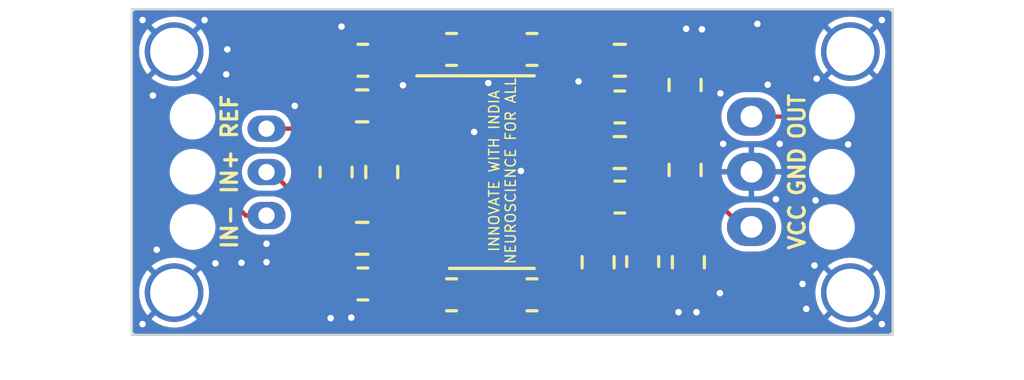
<source format=kicad_pcb>
(kicad_pcb (version 20240108) (generator "pcbnew") (generator_version "8.0")
  (layers (0 "F.Cu" signal) (31 "B.Cu" signal) (34 "B.Paste" user) (35 "F.Paste" user) (36 "B.SilkS" user "B.Silkscreen") (37 "F.SilkS" user "F.Silkscreen") (38 "B.Mask" user) (39 "F.Mask" user) (44 "Edge.Cuts" user))
  (net 0 "")
  (net 1 "ampRef")
  (net 2 "inaIN-")
  (net 3 "inaIN+")
  (net 4 "+5V")
  (net 5 "bpfOUT")
  (net 6 "GND")
  (net 7 "bioIN+")
  (net 8 "bioIN-")
  (net 9 "Net-(R1-Pad1)")
  (net 10 "inaOUT")
  (net 11 "Net-(C6-Pad1)")
  (net 12 "Net-(U1D-+)")
  (net 13 "Net-(U1C--)")
  (net 14 "Net-(U1A--)")
  (net 15 "Net-(U1B--)")
  (footprint "Capacitor_SMD:C_0805_2012Metric_Pad1.18x1.45mm_HandSolder" (layer "F.Cu") (at 123.9 113.7 180)
    (property "Reference" "C1" (hide yes))
    (property "Value" "100pF")
  )
  (footprint "Capacitor_SMD:C_0805_2012Metric_Pad1.18x1.45mm_HandSolder" (layer "F.Cu") (at 124.8 116.75 90)
    (property "Reference" "C2" (hide yes))
    (property "Value" "4.7nF")
  )
  (footprint "Capacitor_SMD:C_0805_2012Metric_Pad1.18x1.45mm_HandSolder" (layer "F.Cu") (at 123.9 119.8)
    (property "Reference" "C3" (hide yes))
    (property "Value" "100pF")
  )
  (footprint "Capacitor_SMD:C_0805_2012Metric_Pad1.18x1.45mm_HandSolder" (layer "F.Cu") (at 135.75 111.6)
    (property "Reference" "C4" (hide yes))
    (property "Value" "100nF")
  )
  (footprint "Capacitor_SMD:C_0805_2012Metric_Pad1.18x1.45mm_HandSolder" (layer "F.Cu") (at 134.75 120.9 -90)
    (property "Reference" "C5" (hide yes))
    (property "Value" "4.7nF")
  )
  (footprint "Capacitor_SMD:C_0805_2012Metric_Pad1.18x1.45mm_HandSolder" (layer "F.Cu") (at 135.75 115.85 180)
    (property "Reference" "C7" (hide yes))
    (property "Value" "1uF")
  )
  (footprint "Capacitor_SMD:C_0805_2012Metric_Pad1.18x1.45mm_HandSolder" (layer "F.Cu") (at 138.75 116.65 90)
    (property "Reference" "C9" (hide yes))
    (property "Value" "100nF")
  )
  (footprint "Capacitor_SMD:C_0805_2012Metric_Pad1.18x1.45mm_HandSolder" (layer "F.Cu") (at 138.75 112.7375 -90)
    (property "Reference" "C10" (hide yes))
    (property "Value" "1uF")
  )
  (footprint "Resistor_SMD:R_0805_2012Metric_Pad1.20x1.40mm_HandSolder" (layer "F.Cu") (at 128.01 111.1)
    (property "Reference" "R1" (hide yes))
    (property "Value" "22K")
  )
  (footprint "Resistor_SMD:R_0805_2012Metric_Pad1.20x1.40mm_HandSolder" (layer "F.Cu") (at 128.01 122.4 180)
    (property "Reference" "R2" (hide yes))
    (property "Value" "220K")
  )
  (footprint "Resistor_SMD:R_0805_2012Metric_Pad1.20x1.40mm_HandSolder" (layer "F.Cu") (at 123.93 111.6 180)
    (property "Reference" "R3" (hide yes))
    (property "Value" "5.1K")
  )
  (footprint "Resistor_SMD:R_0805_2012Metric_Pad1.20x1.40mm_HandSolder" (layer "F.Cu") (at 131.71 111.1)
    (property "Reference" "R4" (hide yes))
    (property "Value" "220K")
  )
  (footprint "Resistor_SMD:R_0805_2012Metric_Pad1.20x1.40mm_HandSolder" (layer "F.Cu") (at 122.7 116.75 90)
    (property "Reference" "R5" (hide yes))
    (property "Value" "22K")
  )
  (footprint "Resistor_SMD:R_0805_2012Metric_Pad1.20x1.40mm_HandSolder" (layer "F.Cu") (at 123.93 121.9 180)
    (property "Reference" "R6" (hide yes))
    (property "Value" "5.1K")
  )
  (footprint "Resistor_SMD:R_0805_2012Metric_Pad1.20x1.40mm_HandSolder" (layer "F.Cu") (at 135.75 113.75)
    (property "Reference" "R7" (hide yes))
    (property "Value" "100K")
  )
  (footprint "Resistor_SMD:R_0805_2012Metric_Pad1.20x1.40mm_HandSolder" (layer "F.Cu") (at 135.75 117.9 180)
    (property "Reference" "R8" (hide yes))
    (property "Value" "100K")
  )
  (footprint "Resistor_SMD:R_0805_2012Metric_Pad1.20x1.40mm_HandSolder" (layer "F.Cu") (at 136.8 120.87 90)
    (property "Reference" "R9" (hide yes))
    (property "Value" "1M")
  )
  (footprint "Resistor_SMD:R_0805_2012Metric_Pad1.20x1.40mm_HandSolder" (layer "F.Cu") (at 131.71 122.4 180)
    (property "Reference" "R10" (hide yes))
    (property "Value" "5.1K")
  )
  (footprint "Package_SO:SOIC-14_3.9x8.7mm_P1.27mm" (layer "F.Cu") (at 129.86 116.75)
    (property "Reference" "U1" (hide yes))
    (property "Value" "Amp")
  )
  (footprint "Capacitor_SMD:C_0805_2012Metric_Pad1.18x1.45mm_HandSolder" (layer "F.Cu") (at 138.9 120.9 90)
    (property "Reference" "C6" (hide yes))
    (property "Value" "47uF")
  )
  (footprint "MountingHole:MountingHole_2.1mm" (layer "F.Cu") (at 146.35 111.2)
    (property "Reference" "H1" (hide yes))
    (property "Value" "MountingHole")
  )
  (footprint "MountingHole:MountingHole_2.1mm" (layer "F.Cu") (at 115.25 122.3)
    (property "Reference" "H2" (hide yes))
    (property "Value" "MountingHole")
  )
  (footprint "MountingHole:MountingHole_2.1mm" (layer "F.Cu") (at 145.5 114.195)
    (property "Reference" "H3" (hide yes))
    (property "Value" "MountingHole")
  )
  (footprint "MountingHole:MountingHole_2.1mm" (layer "F.Cu") (at 115.25 111.2)
    (property "Reference" "H4" (hide yes))
    (property "Value" "MountingHole")
  )
  (footprint "MountingHole:MountingHole_2.1mm" (layer "F.Cu") (at 145.5 116.735)
    (property "Reference" "H5" (hide yes))
    (property "Value" "MountingHole")
  )
  (footprint "MountingHole:MountingHole_2.1mm" (layer "F.Cu") (at 116.1 119.275 90)
    (property "Reference" "H6" (hide yes))
    (property "Value" "MountingHole")
  )
  (footprint "MountingHole:MountingHole_2.1mm" (layer "F.Cu") (at 145.5 119.275)
    (property "Reference" "H7" (hide yes))
    (property "Value" "MountingHole")
  )
  (footprint "MountingHole:MountingHole_2.1mm" (layer "F.Cu") (at 116.1 116.735 90)
    (property "Reference" "H8" (hide yes))
    (property "Value" "MountingHole")
  )
  (footprint "MountingHole:MountingHole_2.1mm" (layer "F.Cu") (at 146.35 122.3)
    (property "Reference" "H9" (hide yes))
    (property "Value" "MountingHole")
  )
  (footprint "MountingHole:MountingHole_2.1mm" (layer "F.Cu") (at 116.1 114.195 90)
    (property "Reference" "H10" (hide yes))
    (property "Value" "MountingHole")
  )
  (footprint "Fiducial:Fiducial_0.5mm_Mask1mm" (layer "F.Cu") (at 144.35 110.2)
    (property "Reference" "REF**" (hide yes))
    (property "Value" "Fiducial_0.5mm_Mask1mm")
  )
  (footprint "Fiducial:Fiducial_0.5mm_Mask1mm" (layer "F.Cu") (at 117.25 123.3)
    (property "Reference" "REF**" (hide yes))
    (property "Value" "Fiducial_0.5mm_Mask1mm")
  )
  (footprint "kibuzzard-66A7D805" (layer "F.Cu") (at 147.24 116.75 90)
    (property "Reference" "kibuzzard-66A7D805" (hide yes))
    (property "Value" "G***" (hide yes))
  )
  (footprint "udlabs:UDL_Copper_3mm" (layer "F.Cu") (at 141.8 111.025)
    (property "Reference" "G***" (hide yes))
    (property "Value" "LOGO" (hide yes))
  )
  (footprint "kibuzzard-66A7D726" (layer "F.Cu") (at 114.31 116.75 90)
    (property "Reference" "kibuzzard-66A7D726" (hide yes))
    (property "Value" "G***" (hide yes))
  )
  (footprint "Connector_PinHeader_2.54mm:PinHeader_1x03_P2.54mm_Horizontal" (layer "B.Cu") (at 141.8 119.275)
    (property "Reference" "J1" (hide yes))
    (property "Value" "IO")
  )
  (footprint "Connector_JST:JST_PH_S3B-PH-K_1x03_P2.00mm_Horizontal" (layer "B.Cu") (at 119.5 118.75 90)
    (property "Reference" "J2" (hide yes))
    (property "Value" "BioAmp_input")
  )
  (footprint "kibuzzard-66AFEDF0" (layer "B.Cu") (at 122.754649 118.8 180)
    (property "Reference" "kibuzzard-66AFEDF0" (hide yes))
    (property "Value" "G***" (hide yes))
  )
  (footprint "kibuzzard-66AFEDE1" (layer "B.Cu") (at 123 114.8 180)
    (property "Reference" "kibuzzard-66AFEDE1" (hide yes))
    (property "Value" "G***" (hide yes))
  )
  (footprint "kibuzzard-66AFEE03" (layer "B.Cu") (at 137.828326 119.275 180)
    (property "Reference" "kibuzzard-66AFEE03" (hide yes))
    (property "Value" "G***" (hide yes))
  )
  (footprint "kibuzzard-66AFEDFC" (layer "B.Cu") (at 130.8 121.915001 180)
    (property "Reference" "kibuzzard-66AFEDFC" (hide yes))
    (property "Value" "G***" (hide yes))
  )
  (footprint "kibuzzard-66AFEDEA" (layer "B.Cu") (at 122.794706 116.8 180)
    (property "Reference" "kibuzzard-66AFEDEA" (hide yes))
    (property "Value" "G***" (hide yes))
  )
  (footprint "kibuzzard-66AFEE10" (layer "B.Cu") (at 137.8 114.195 180)
    (property "Reference" "kibuzzard-66AFEE10" (hide yes))
    (property "Value" "G***" (hide yes))
  )
  (footprint "Upside Down Labs:ECG_LOGO_77" (layer "B.Cu") (at 130.802379 116.75 180)
    (property "Reference" "G***" (hide yes))
    (property "Value" "LOGO" (hide yes))
  )
  (footprint "kibuzzard-66AFEE09" (layer "B.Cu") (at 137.805794 116.735 180)
    (property "Reference" "kibuzzard-66AFEE09" (hide yes))
    (property "Value" "G***" (hide yes))
  )
  (footprint "kibuzzard-66AFEDBF" (layer "B.Cu") (at 130.8 111.65 180)
    (property "Reference" "kibuzzard-66AFEDBF" (hide yes))
    (property "Value" "G***" (hide yes))
  )
  (gr_line (start 113.3 124.25) (end 148.3 124.25) (stroke (width 0.1)) (layer "Edge.Cuts"))
  (gr_line (start 113.3 124.25) (end 113.3 109.25) (stroke (width 0.1)) (layer "Edge.Cuts"))
  (gr_line (start 148.3 109.25) (end 113.3 109.25) (stroke (width 0.1)) (layer "Edge.Cuts"))
  (gr_line (start 148.3 109.25) (end 148.3 124.25) (stroke (width 0.1)) (layer "Edge.Cuts"))
  (gr_text "AUG 2024\nv0.2\n" (at 119.7 110.8 0) (layer "F.Cu") (effects (font (size 0.7 0.7) (thickness 0.175))))
  (gr_text "ECG" (at 142.35 123 0) (layer "F.Cu") (effects (font (size 1 1) (thickness 0.25))))
  (gr_text "MADE IN\nINDIA" (at 119.65 122.6 0) (layer "F.Cu") (effects (font (size 0.74 0.74) (thickness 0.185))))
  (gr_text "GND" (at 143.9 116.735 90) (layer "F.SilkS") (effects (font (size 0.72 0.72))))
  (gr_text "OUT" (at 143.9 114.195001 90) (layer "F.SilkS") (effects (font (size 0.72 0.72) (thickness 0.144) (bold yes))))
  (gr_text "IN-" (at 117.8 119.275 90) (layer "F.SilkS") (effects (font (size 0.72 0.72))))
  (gr_text "REF" (at 117.8 114.195 90) (layer "F.SilkS") (effects (font (size 0.72 0.72))))
  (gr_text "IN+" (at 117.8 116.735 90) (layer "F.SilkS") (effects (font (size 0.72 0.72))))
  (gr_text "INNOVATE WITH INDIA\nNEUROSCIENCE FOR ALL" (at 130.35 116.7 90) (layer "F.SilkS") (effects (font (size 0.47 0.47) (thickness 0.07))))
  (gr_text "VCC" (at 143.9 119.275001 90) (layer "F.SilkS") (effects (font (size 0.72 0.72))))
  (segment (start 130.9 114.965686) (end 129.62 116.245686) (width 0.2) (layer "F.Cu") (net 1))
  (segment (start 121.4 116.06319) (end 121.15 115.81319) (width 0.2) (layer "F.Cu") (net 1))
  (segment (start 128.97501 117.37501) (end 126.363242 117.37501) (width 0.2) (layer "F.Cu") (net 1))
  (segment (start 131.26 112.94) (end 130.95 113.25) (width 0.2) (layer "F.Cu") (net 1))
  (segment (start 121.15 114.75) (end 121.55 114.35) (width 0.2) (layer "F.Cu") (net 1))
  (segment (start 130.9 114.6) (end 130.9 114.965686) (width 0.2) (layer "F.Cu") (net 1))
  (segment (start 122.3 119.8) (end 122.8625 119.8) (width 0.2) (layer "F.Cu") (net 1))
  (segment (start 121.15 115.81319) (end 121.15 114.75) (width 0.2) (layer "F.Cu") (net 1))
  (segment (start 130.95 113.25) (end 130.95 113.85) (width 0.2) (layer "F.Cu") (net 1))
  (segment (start 122.2 113.7) (end 121.55 114.35) (width 0.2) (layer "F.Cu") (net 1))
  (segment (start 132.335 112.94) (end 131.26 112.94) (width 0.2) (layer "F.Cu") (net 1))
  (segment (start 125.688232 116.7) (end 122.03681 116.7) (width 0.2) (layer "F.Cu") (net 1))
  (segment (start 132.71 111.1) (end 132.71 112.565) (width 0.2) (layer "F.Cu") (net 1))
  (segment (start 122.03681 116.7) (end 121.15 115.81319) (width 0.2) (layer "F.Cu") (net 1))
  (segment (start 132.335 114.21) (end 131.29 114.21) (width 0.2) (layer "F.Cu") (net 1))
  (segment (start 121.4 118.9) (end 122.3 119.8) (width 0.2) (layer "F.Cu") (net 1))
  (segment (start 126.363242 117.37501) (end 125.688232 116.7) (width 0.2) (layer "F.Cu") (net 1))
  (segment (start 132.71 112.565) (end 132.335 112.94) (width 0.2) (layer "F.Cu") (net 1))
  (segment (start 131.29 114.21) (end 130.9 114.6) (width 0.2) (layer "F.Cu") (net 1))
  (segment (start 121.55 114.35) (end 121.4 114.5) (width 0.2) (layer "F.Cu") (net 1))
  (segment (start 119.5 114.75) (end 121.15 114.75) (width 0.2) (layer "F.Cu") (net 1))
  (segment (start 131.31 114.21) (end 132.335 114.21) (width 0.2) (layer "F.Cu") (net 1))
  (segment (start 122.8625 113.7) (end 122.2 113.7) (width 0.2) (layer "F.Cu") (net 1))
  (segment (start 129.62 116.245686) (end 129.62 118.02) (width 0.2) (layer "F.Cu") (net 1))
  (segment (start 132.335 118.02) (end 129.62 118.02) (width 0.2) (layer "F.Cu") (net 1))
  (segment (start 130.95 113.85) (end 131.31 114.21) (width 0.2) (layer "F.Cu") (net 1))
  (segment (start 121.4 118.9) (end 121.4 116.06319) (width 0.2) (layer "F.Cu") (net 1))
  (segment (start 129.62 118.02) (end 128.97501 117.37501) (width 0.2) (layer "F.Cu") (net 1))
  (segment (start 124.93 111.6) (end 124.93 115.5825) (width 0.2) (layer "F.Cu") (net 2))
  (segment (start 125.0325 115.48) (end 124.8 115.7125) (width 0.2) (layer "F.Cu") (net 2))
  (segment (start 124.93 115.5825) (end 124.8 115.7125) (width 0.2) (layer "F.Cu") (net 2))
  (segment (start 127.385 115.48) (end 125.0325 115.48) (width 0.2) (layer "F.Cu") (net 2))
  (segment (start 124.93 117.9175) (end 124.8 117.7875) (width 0.2) (layer "F.Cu") (net 3))
  (segment (start 127.385 118.02) (end 125.0325 118.02) (width 0.2) (layer "F.Cu") (net 3))
  (segment (start 124.93 121.9) (end 124.93 117.9175) (width 0.2) (layer "F.Cu") (net 3))
  (segment (start 125.0325 118.02) (end 124.8 117.7875) (width 0.2) (layer "F.Cu") (net 3))
  (segment (start 138.75 115.6125) (end 139.3125 115.6125) (width 0.2) (layer "F.Cu") (net 4))
  (segment (start 128.55 116.75) (end 130.5 114.8) (width 0.2) (layer "F.Cu") (net 4))
  (segment (start 130.5 114.8) (end 130.5 113) (width 0.2) (layer "F.Cu") (net 4))
  (segment (start 138.65 111.6) (end 138.75 111.7) (width 0.2) (layer "F.Cu") (net 4))
  (segment (start 141.375 119.275) (end 141.8 119.275) (width 0.2) (layer "F.Cu") (net 4))
  (segment (start 139.3125 115.6125) (end 140.1 116.4) (width 0.2) (layer "F.Cu") (net 4))
  (segment (start 140.1 118) (end 141.375 119.275) (width 0.2) (layer "F.Cu") (net 4))
  (segment (start 140.1 116.4) (end 140.1 118) (width 0.2) (layer "F.Cu") (net 4))
  (segment (start 127.385 116.75) (end 128.55 116.75) (width 0.2) (layer "F.Cu") (net 4))
  (segment (start 135.1875 110) (end 136.7875 111.6) (width 0.2) (layer "F.Cu") (net 4))
  (segment (start 138.75 111.7) (end 139.80001 112.75001) (width 0.2) (layer "F.Cu") (net 4))
  (segment (start 131.7 110.525256) (end 132.225256 110) (width 0.2) (layer "F.Cu") (net 4))
  (segment (start 136.7875 113.7125) (end 136.75 113.75) (width 0.2) (layer "F.Cu") (net 4))
  (segment (start 132.225256 110) (end 135.1875 110) (width 0.2) (layer "F.Cu") (net 4))
  (segment (start 131.7 111.8) (end 131.7 110.525256) (width 0.2) (layer "F.Cu") (net 4))
  (segment (start 139.80001 112.75001) (end 139.80001 114.56249) (width 0.2) (layer "F.Cu") (net 4))
  (segment (start 136.7875 111.6) (end 138.65 111.6) (width 0.2) (layer "F.Cu") (net 4))
  (segment (start 136.7875 111.6) (end 136.7875 113.7125) (width 0.2) (layer "F.Cu") (net 4))
  (segment (start 139.80001 114.56249) (end 138.75 115.6125) (width 0.2) (layer "F.Cu") (net 4))
  (segment (start 130.5 113) (end 131.7 111.8) (width 0.2) (layer "F.Cu") (net 4))
  (segment (start 144.2 114.825) (end 143.57 114.195) (width 0.2) (layer "F.Cu") (net 5))
  (segment (start 140.4 121.5) (end 143.1 121.5) (width 0.2) (layer "F.Cu") (net 5))
  (segment (start 143.57 114.195) (end 141.8 114.195) (width 0.2) (layer "F.Cu") (net 5))
  (segment (start 136.8 121.87) (end 136.8 121.6) (width 0.2) (layer "F.Cu") (net 5))
  (segment (start 139.8 120.9) (end 140.4 121.5) (width 0.2) (layer "F.Cu") (net 5))
  (segment (start 132.335 120.56) (end 133.36 120.56) (width 0.2) (layer "F.Cu") (net 5))
  (segment (start 133.36 120.56) (end 134.7375 121.9375) (width 0.2) (layer "F.Cu") (net 5))
  (segment (start 134.7375 121.9375) (end 134.75 121.9375) (width 0.2) (layer "F.Cu") (net 5))
  (segment (start 143.1 121.5) (end 144.2 120.4) (width 0.2) (layer "F.Cu") (net 5))
  (segment (start 136.7325 121.9375) (end 136.8 121.87) (width 0.2) (layer "F.Cu") (net 5))
  (segment (start 136.8 121.6) (end 137.5 120.9) (width 0.2) (layer "F.Cu") (net 5))
  (segment (start 144.2 120.4) (end 144.2 114.825) (width 0.2) (layer "F.Cu") (net 5))
  (segment (start 137.5 120.9) (end 139.8 120.9) (width 0.2) (layer "F.Cu") (net 5))
  (segment (start 134.75 121.9375) (end 136.7325 121.9375) (width 0.2) (layer "F.Cu") (net 5))
  (segment (start 136.7875 117.8625) (end 136.75 117.9) (width 0.2) (layer "F.Cu") (net 6))
  (segment (start 131.2 116.7) (end 131.25 116.75) (width 0.2) (layer "F.Cu") (net 6))
  (segment (start 136.7875 115.85) (end 136.7875 117.8625) (width 0.2) (layer "F.Cu") (net 6))
  (segment (start 136.7875 115.85) (end 136.9125 115.85) (width 0.2) (layer "F.Cu") (net 6))
  (segment (start 140.1 119.0375) (end 140.1 120.3) (width 0.2) (layer "F.Cu") (net 6))
  (segment (start 142.8 121) (end 143.6 120.2) (width 0.2) (layer "F.Cu") (net 6))
  (segment (start 140.1 120.3) (end 140.8 121) (width 0.2) (layer "F.Cu") (net 6))
  (segment (start 131.25 116.75) (end 132.335 116.75) (width 0.2) (layer "F.Cu") (net 6))
  (segment (start 132.335 116.75) (end 133.35 116.75) (width 0.2) (layer "F.Cu") (net 6))
  (segment (start 140.8 121) (end 142.8 121) (width 0.2) (layer "F.Cu") (net 6))
  (segment (start 134.16182 118.92501) (end 135.72499 118.92501) (width 0.2) (layer "F.Cu") (net 6))
  (segment (start 143.6 117.175) (end 143.16 116.735) (width 0.2) (layer "F.Cu") (net 6))
  (segment (start 143.16 116.735) (end 141.8 116.735) (width 0.2) (layer "F.Cu") (net 6))
  (segment (start 136.9125 115.85) (end 138.75 117.6875) (width 0.2) (layer "F.Cu") (net 6))
  (segment (start 133.35 116.75) (end 133.7 117.1) (width 0.2) (layer "F.Cu") (net 6))
  (segment (start 138.75 117.6875) (end 140.1 119.0375) (width 0.2) (layer "F.Cu") (net 6))
  (segment (start 136.7875 115.85) (end 136.7875 115.7375) (width 0.2) (layer "F.Cu") (net 6))
  (segment (start 136.7875 115.7375) (end 138.75 113.775) (width 0.2) (layer "F.Cu") (net 6))
  (segment (start 143.6 120.2) (end 143.6 117.175) (width 0.2) (layer "F.Cu") (net 6))
  (segment (start 133.7 118.46319) (end 134.16182 118.92501) (width 0.2) (layer "F.Cu") (net 6))
  (segment (start 133.7 117.1) (end 133.7 118.46319) (width 0.2) (layer "F.Cu") (net 6))
  (segment (start 135.72499 118.92501) (end 136.75 117.9) (width 0.2) (layer "F.Cu") (net 6))
  (via (at 113.8 123.75) (size 0.5) (drill 0.3) (layers "F.Cu" "B.Cu") (net 6))
  (via (at 114.45 120.325) (size 0.5) (drill 0.3) (layers "F.Cu" "B.Cu") (net 6))
  (via (at 144.8 112.45) (size 0.5) (drill 0.3) (layers "F.Cu" "B.Cu") (net 6))
  (via (at 123.4 123.45) (size 0.5) (drill 0.3) (layers "F.Cu" "B.Cu") (net 6))
  (via (at 117.65 112.25) (size 0.5) (drill 0.3) (layers "F.Cu" "B.Cu") (net 6))
  (via (at 120.8 113.7) (size 0.5) (drill 0.3) (layers "F.Cu" "B.Cu") (net 6))
  (via (at 143.1 115.45) (size 0.5) (drill 0.3) (layers "F.Cu" "B.Cu") (net 6))
  (via (at 144.15 121.9) (size 0.5) (drill 0.3) (layers "F.Cu" "B.Cu") (net 6))
  (via (at 142.075 109.925) (size 0.5) (drill 0.3) (layers "F.Cu" "B.Cu") (net 6))
  (via (at 138.8 110.15) (size 0.5) (drill 0.3) (layers "F.Cu" "B.Cu") (net 6))
  (via (at 113.8 109.75) (size 0.5) (drill 0.3) (layers "F.Cu" "B.Cu") (net 6))
  (via (at 146.25 115.475) (size 0.5) (drill 0.3) (layers "F.Cu" "B.Cu") (net 6))
  (via (at 140.375 113.125) (size 0.5) (drill 0.3) (layers "F.Cu" "B.Cu") (net 6))
  (via (at 131.2 116.7) (size 0.5) (drill 0.3) (layers "F.Cu" "B.Cu") (net 6))
  (via (at 119.5 120.9) (size 0.5) (drill 0.3) (layers "F.Cu" "B.Cu") (net 6))
  (via (at 129.05 114.9) (size 0.5) (drill 0.3) (layers "F.Cu" "B.Cu") (net 6))
  (via (at 147.8 109.75) (size 0.5) (drill 0.3) (layers "F.Cu" "B.Cu") (net 6))
  (via (at 133.85 112.575) (size 0.5) (drill 0.3) (layers "F.Cu" "B.Cu") (net 6))
  (via (at 122.45 123.475) (size 0.5) (drill 0.3) (layers "F.Cu" "B.Cu") (net 6))
  (via (at 142.55 112.725) (size 0.5) (drill 0.3) (layers "F.Cu" "B.Cu") (net 6))
  (via (at 144.325 123.05) (size 0.5) (drill 0.3) (layers "F.Cu" "B.Cu") (net 6))
  (via (at 144.75 118.05) (size 0.5) (drill 0.3) (layers "F.Cu" "B.Cu") (net 6))
  (via (at 140.5 115.45) (size 0.5) (drill 0.3) (layers "F.Cu" "B.Cu") (net 6))
  (via (at 114.275 113.225) (size 0.5) (drill 0.3) (layers "F.Cu" "B.Cu") (net 6))
  (via (at 147.8 123.75) (size 0.5) (drill 0.3) (layers "F.Cu" "B.Cu") (net 6))
  (via (at 119.5 120.05) (size 0.5) (drill 0.3) (layers "F.Cu" "B.Cu") (net 6))
  (via (at 129.7 112.65) (size 0.5) (drill 0.3) (layers "F.Cu" "B.Cu") (net 6))
  (via (at 139.525 110.175) (size 0.5) (drill 0.3) (layers "F.Cu" "B.Cu") (net 6))
  (via (at 138.45 123.2) (size 0.5) (drill 0.3) (layers "F.Cu" "B.Cu") (net 6))
  (via (at 140.35 122.325) (size 0.5) (drill 0.3) (layers "F.Cu" "B.Cu") (net 6))
  (via (at 125.775 112.75) (size 0.5) (drill 0.3) (layers "F.Cu" "B.Cu") (net 6))
  (via (at 116.65 109.75) (size 0.5) (drill 0.3) (layers "F.Cu" "B.Cu") (net 6))
  (via (at 122.95 110.05) (size 0.5) (drill 0.3) (layers "F.Cu" "B.Cu") (net 6))
  (via (at 117.7 111.1) (size 0.5) (drill 0.3) (layers "F.Cu" "B.Cu") (net 6))
  (via (at 118.35 120.925) (size 0.5) (drill 0.3) (layers "F.Cu" "B.Cu") (net 6))
  (via (at 139.275 123.2) (size 0.5) (drill 0.3) (layers "F.Cu" "B.Cu") (net 6))
  (via (at 117.15 120.95) (size 0.5) (drill 0.3) (layers "F.Cu" "B.Cu") (net 6))
  (via (at 144.7 121.05) (size 0.5) (drill 0.3) (layers "F.Cu" "B.Cu") (net 6))
  (via (at 142.925 118) (size 0.5) (drill 0.3) (layers "F.Cu" "B.Cu") (net 6))
  (segment (start 119.5 116.75) (end 120.05 116.75) (width 0.2) (layer "F.Cu") (net 7))
  (segment (start 120.9 117.9) (end 120.9 119.87) (width 0.2) (layer "F.Cu") (net 7))
  (segment (start 120.9 119.87) (end 122.93 121.9) (width 0.2) (layer "F.Cu") (net 7))
  (segment (start 119.75 116.75) (end 120.9 117.9) (width 0.2) (layer "F.Cu") (net 7))
  (segment (start 119.5 116.75) (end 119.75 116.75) (width 0.2) (layer "F.Cu") (net 7))
  (segment (start 118.6 113.1) (end 117.8 113.9) (width 0.2) (layer "F.Cu") (net 8))
  (segment (start 121.43 113.1) (end 118.6 113.1) (width 0.2) (layer "F.Cu") (net 8))
  (segment (start 117.8 113.9) (end 117.8 118) (width 0.2) (layer "F.Cu") (net 8))
  (segment (start 118.55 118.75) (end 119.5 118.75) (width 0.2) (layer "F.Cu") (net 8))
  (segment (start 117.8 118) (end 118.55 118.75) (width 0.2) (layer "F.Cu") (net 8))
  (segment (start 122.93 111.6) (end 121.43 113.1) (width 0.2) (layer "F.Cu") (net 8))
  (segment (start 127.01 112.565) (end 127.385 112.94) (width 0.2) (layer "F.Cu") (net 9))
  (segment (start 122.7 115.75) (end 123.9 114.55) (width 0.2) (layer "F.Cu") (net 9))
  (segment (start 123.9 110.6) (end 124.3 110.2) (width 0.2) (layer "F.Cu") (net 9))
  (segment (start 123.9 114.55) (end 123.9 110.6) (width 0.2) (layer "F.Cu") (net 9))
  (segment (start 126.11 110.2) (end 127.01 111.1) (width 0.2) (layer "F.Cu") (net 9))
  (segment (start 127.01 111.1) (end 127.01 112.565) (width 0.2) (layer "F.Cu") (net 9))
  (segment (start 122.7 115.75) (end 122.75 115.75) (width 0.2) (layer "F.Cu") (net 9))
  (segment (start 124.3 110.2) (end 126.11 110.2) (width 0.2) (layer "F.Cu") (net 9))
  (segment (start 127.385 120.56) (end 128.46 120.56) (width 0.2) (layer "F.Cu") (net 10))
  (segment (start 129.01 122.4) (end 130.71 122.4) (width 0.2) (layer "F.Cu") (net 10))
  (segment (start 128.46 120.56) (end 129.01 121.11) (width 0.2) (layer "F.Cu") (net 10))
  (segment (start 129.01 121.11) (end 129.01 122.4) (width 0.2) (layer "F.Cu") (net 10))
  (segment (start 138.9 121.9375) (end 137.8375 123) (width 0.2) (layer "F.Cu") (net 11))
  (segment (start 133.31 123) (end 132.71 122.4) (width 0.2) (layer "F.Cu") (net 11))
  (segment (start 137.8375 123) (end 133.31 123) (width 0.2) (layer "F.Cu") (net 11))
  (segment (start 134.7125 117.8625) (end 134.75 117.9) (width 0.2) (layer "F.Cu") (net 12))
  (segment (start 134.3425 115.48) (end 134.7125 115.85) (width 0.2) (layer "F.Cu") (net 12))
  (segment (start 134.7125 111.6) (end 134.7125 117.8625) (width 0.2) (layer "F.Cu") (net 12))
  (segment (start 132.335 115.48) (end 134.3425 115.48) (width 0.2) (layer "F.Cu") (net 12))
  (segment (start 134.75 119.8625) (end 138.9 119.8625) (width 0.2) (layer "F.Cu") (net 13))
  (segment (start 133.49 119.29) (end 134.0625 119.8625) (width 0.2) (layer "F.Cu") (net 13))
  (segment (start 139.0625 119.6) (end 139.1 119.5625) (width 0.2) (layer "F.Cu") (net 13))
  (segment (start 132.335 119.29) (end 133.49 119.29) (width 0.2) (layer "F.Cu") (net 13))
  (segment (start 134.0625 119.8625) (end 134.75 119.8625) (width 0.2) (layer "F.Cu") (net 13))
  (segment (start 128.49 114.21) (end 129.01 113.69) (width 0.2) (layer "F.Cu") (net 14))
  (segment (start 129.01 111.1) (end 130.71 111.1) (width 0.2) (layer "F.Cu") (net 14))
  (segment (start 129.01 113.69) (end 129.01 111.1) (width 0.2) (layer "F.Cu") (net 14))
  (segment (start 127.385 114.21) (end 128.49 114.21) (width 0.2) (layer "F.Cu") (net 14))
  (segment (start 123.9 122.8) (end 124.3 123.2) (width 0.2) (layer "F.Cu") (net 15))
  (segment (start 124.3 123.2) (end 126.21 123.2) (width 0.2) (layer "F.Cu") (net 15))
  (segment (start 123.9 118.95) (end 123.9 122.8) (width 0.2) (layer "F.Cu") (net 15))
  (segment (start 126 119.6) (end 126 121.39) (width 0.2) (layer "F.Cu") (net 15))
  (segment (start 127.385 119.29) (end 126.31 119.29) (width 0.2) (layer "F.Cu") (net 15))
  (segment (start 126.31 119.29) (end 126 119.6) (width 0.2) (layer "F.Cu") (net 15))
  (segment (start 126 121.39) (end 127.01 122.4) (width 0.2) (layer "F.Cu") (net 15))
  (segment (start 126.21 123.2) (end 127.01 122.4) (width 0.2) (layer "F.Cu") (net 15))
  (segment (start 122.7 117.75) (end 123.9 118.95) (width 0.2) (layer "F.Cu") (net 15))
  (zone (net 6) (net_name "GND") (layer "B.Cu") (connect_pads (clearance 0.254)) (min_thickness 0.254) (fill yes (thermal_gap 0.254) (thermal_bridge_width 0.254))
    (polygon (pts (xy 113.25 109.2) (xy 148.3 109.2) (xy 148.3 124.3) (xy 113.25 124.3)))
  )
)
</source>
